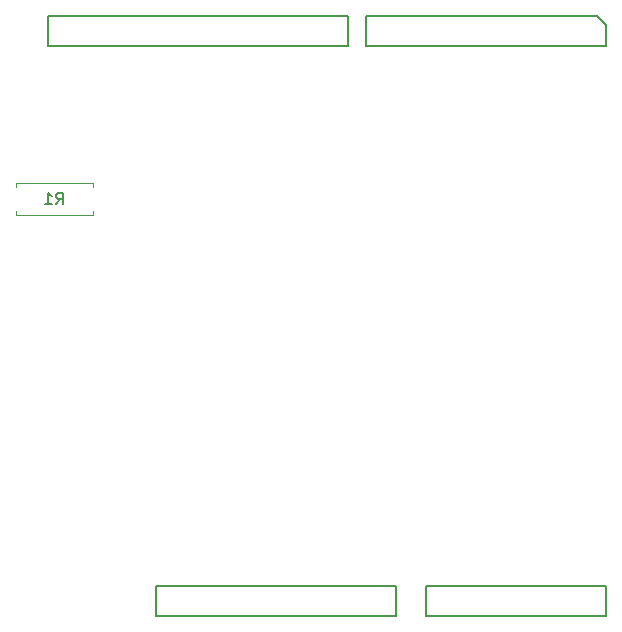
<source format=gbr>
%TF.GenerationSoftware,KiCad,Pcbnew,7.0.5-4d25ed1034~172~ubuntu20.04.1*%
%TF.CreationDate,2023-06-21T20:10:42+02:00*%
%TF.ProjectId,Arduino Shield,41726475-696e-46f2-9053-6869656c642e,rev?*%
%TF.SameCoordinates,Original*%
%TF.FileFunction,Legend,Bot*%
%TF.FilePolarity,Positive*%
%FSLAX46Y46*%
G04 Gerber Fmt 4.6, Leading zero omitted, Abs format (unit mm)*
G04 Created by KiCad (PCBNEW 7.0.5-4d25ed1034~172~ubuntu20.04.1) date 2023-06-21 20:10:42*
%MOMM*%
%LPD*%
G01*
G04 APERTURE LIST*
%ADD10C,0.150000*%
%ADD11C,0.120000*%
G04 APERTURE END LIST*
D10*
X126670000Y-96190000D02*
X146990000Y-96190000D01*
X146990000Y-98730000D01*
X126670000Y-98730000D01*
X126670000Y-96190000D01*
X164770000Y-98730000D02*
X164770000Y-96190000D01*
X164770000Y-96190000D02*
X149530000Y-96190000D01*
X164770000Y-98730000D02*
X149530000Y-98730000D01*
X149530000Y-96190000D02*
X149530000Y-98730000D01*
X144450000Y-47930000D02*
X144450000Y-50470000D01*
X164770000Y-50470000D02*
X164770000Y-48692000D01*
X144450000Y-50470000D02*
X164770000Y-50470000D01*
X164008000Y-47930000D02*
X144450000Y-47930000D01*
X164770000Y-48692000D02*
X164008000Y-47930000D01*
X117526000Y-47930000D02*
X142926000Y-47930000D01*
X142926000Y-50470000D01*
X117526000Y-50470000D01*
X117526000Y-47930000D01*
%TO.C,R1*%
X118200666Y-63878819D02*
X118533999Y-63402628D01*
X118772094Y-63878819D02*
X118772094Y-62878819D01*
X118772094Y-62878819D02*
X118391142Y-62878819D01*
X118391142Y-62878819D02*
X118295904Y-62926438D01*
X118295904Y-62926438D02*
X118248285Y-62974057D01*
X118248285Y-62974057D02*
X118200666Y-63069295D01*
X118200666Y-63069295D02*
X118200666Y-63212152D01*
X118200666Y-63212152D02*
X118248285Y-63307390D01*
X118248285Y-63307390D02*
X118295904Y-63355009D01*
X118295904Y-63355009D02*
X118391142Y-63402628D01*
X118391142Y-63402628D02*
X118772094Y-63402628D01*
X117248285Y-63878819D02*
X117819713Y-63878819D01*
X117533999Y-63878819D02*
X117533999Y-62878819D01*
X117533999Y-62878819D02*
X117629237Y-63021676D01*
X117629237Y-63021676D02*
X117724475Y-63116914D01*
X117724475Y-63116914D02*
X117819713Y-63164533D01*
D11*
X121304000Y-64794000D02*
X114764000Y-64794000D01*
X121304000Y-64464000D02*
X121304000Y-64794000D01*
X121304000Y-62384000D02*
X121304000Y-62054000D01*
X121304000Y-62054000D02*
X114764000Y-62054000D01*
X114764000Y-64794000D02*
X114764000Y-64464000D01*
X114764000Y-62054000D02*
X114764000Y-62384000D01*
%TD*%
M02*

</source>
